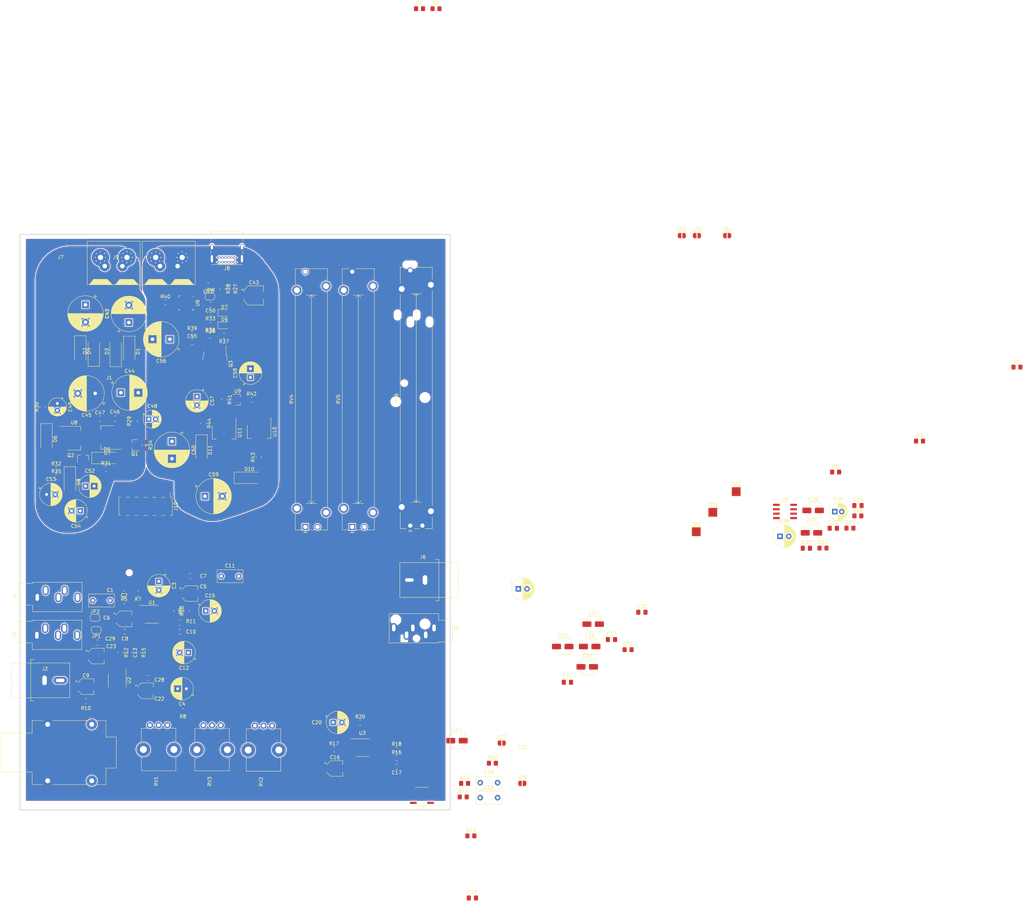
<source format=kicad_pcb>
(kicad_pcb (version 20211014) (generator pcbnew)
  (layers (0 "F.Cu" signal) (31 "B.Cu" signal) (34 "B.Paste" user) (35 "F.Paste" user) (36 "B.SilkS" user "B.Silkscreen") (37 "F.SilkS" user "F.Silkscreen") (38 "B.Mask" user) (39 "F.Mask" user) (44 "Edge.Cuts" user))
  (net 0 "")
  (net 1 "/inp_buffer_balance_ctr/SIG_IN")
  (net 2 "Net-(C1-Pad1)")
  (net 3 "Net-(C2-Pad2)")
  (net 4 "GND")
  (net 5 "Net-(C3-Pad2)")
  (net 6 "Net-(C3-Pad1)")
  (net 7 "Net-(C4-Pad2)")
  (net 8 "glob_POS")
  (net 9 "glob_NEG")
  (net 10 "Net-(C10-Pad2)")
  (net 11 "Net-(C9-Pad2)")
  (net 12 "Net-(C9-Pad1)")
  (net 13 "Net-(C11-Pad2)")
  (net 14 "Net-(C11-Pad1)")
  (net 15 "Net-(C12-Pad1)")
  (net 16 "/act_gain/SIG_IN")
  (net 17 "Net-(C13-Pad1)")
  (net 18 "Net-(C14-Pad2)")
  (net 19 "Net-(C14-Pad1)")
  (net 20 "Net-(RV2-Pad3)")
  (net 21 "Net-(C16-Pad1)")
  (net 22 "Net-(C18-Pad1)")
  (net 23 "/act_gain/SIG_OUT")
  (net 24 "GND1")
  (net 25 "/supply/VIRT_GND_AC")
  (net 26 "Net-(C45-Pad2)")
  (net 27 "/supply/V_pos_AC")
  (net 28 "/supply/V_neg_AC")
  (net 29 "/supply/V_pos_USBC")
  (net 30 "/supply/V_GND_USBC")
  (net 31 "Net-(D8-Pad2)")
  (net 32 "Net-(D8-Pad1)")
  (net 33 "Net-(J5-PadR)")
  (net 34 "Net-(J5-PadT)")
  (net 35 "Net-(U6-Pad24)")
  (net 36 "Net-(U6-Pad21)")
  (net 37 "Net-(U6-Pad23)")
  (net 38 "Net-(U6-Pad1)")
  (net 39 "Net-(D7-Pad1)")
  (net 40 "Net-(D9-Pad1)")
  (net 41 "Net-(R43-Pad2)")
  (net 45 "Net-(RV4-Pad3)")
  (net 46 "Net-(J1-PadTN)")
  (net 47 "/INPUT_SIG")
  (net 48 "Net-(J2-Pad1)")
  (net 49 "Net-(J3-PadR)")
  (net 50 "Net-(J3-PadTN)")
  (net 51 "Net-(J4-PadR)")
  (net 52 "/supply/VIRT_GND")
  (net 53 "Net-(JP3-Pad2)")
  (net 54 "Net-(U6-Pad4)")
  (net 55 "Net-(C13-Pad2)")
  (net 56 "Net-(C16-Pad2)")
  (net 57 "Net-(C17-Pad1)")
  (net 58 "Net-(C20-Pad2)")
  (net 59 "Net-(C20-Pad1)")
  (net 60 "Net-(C21-Pad2)")
  (net 61 "Net-(C21-Pad1)")
  (net 62 "Net-(C34-Pad2)")
  (net 63 "Net-(C34-Pad1)")
  (net 64 "Net-(C35-Pad2)")
  (net 65 "Net-(C35-Pad1)")
  (net 66 "Net-(C41-Pad2)")
  (net 67 "Net-(C41-Pad1)")
  (net 68 "Net-(C42-Pad2)")
  (net 69 "Net-(C44-Pad1)")
  (net 70 "Net-(C48-Pad1)")
  (net 71 "Net-(C49-Pad2)")
  (net 74 "Net-(C55-Pad1)")
  (net 75 "Net-(C57-Pad2)")
  (net 76 "Net-(C58-Pad1)")
  (net 77 "Net-(J5-PadTN)")
  (net 78 "Net-(JP4-Pad2)")
  (net 80 "Net-(R8-Pad2)")
  (net 81 "Net-(R13-Pad2)")
  (net 82 "Net-(R18-Pad1)")
  (net 83 "Net-(R20-Pad2)")
  (net 84 "Net-(R23-Pad1)")
  (net 85 "Net-(R25-Pad2)")
  (net 86 "Net-(U6-Pad22)")
  (net 87 "/inp_buffer_balance_ctr/Z_BAL_OUT")
  (net 88 "Net-(U6-Pad18)")
  (net 89 "Net-(R44-Pad1)")
  (net 90 "Net-(U6-Pad6)")
  (net 91 "Net-(U6-Pad20)")
  (net 92 "Net-(U6-Pad14)")
  (net 93 "Net-(U6-Pad16)")
  (net 94 "Net-(Q3-Pad1)")
  (net 95 "Net-(U6-Pad9)")
  (net 96 "Net-(U6-Pad17)")
  (net 97 "Net-(U6-Pad11)")
  (net 98 "Net-(U6-Pad15)")
  (footprint "Capacitor_THT:C_Rect_L7.2mm_W3.5mm_P5.00mm_FKS2_FKP2_MKS2_MKP2" (layer "F.Cu") (at 49.25 137.1 180)
    (fp_text reference "C1")
    (fp_text value "470n")
  )
  (footprint "Capacitor_SMD:C_0805_2012Metric_Pad1.18x1.45mm_HandSolder" (layer "F.Cu") (at 53.2875 137.3)
    (fp_text reference "C2")
    (fp_text value "100p")
  )
  (footprint "Capacitor_THT:CP_Radial_D6.3mm_P2.50mm" (layer "F.Cu") (at 63.25 131.6 -90)
    (fp_text reference "C3")
    (fp_text value "220u")
  )
  (footprint "Capacitor_THT:CP_Radial_D6.3mm_P2.50mm" (layer "F.Cu") (at 71.182379 162.5 180)
    (fp_text reference "C4")
    (fp_text value "220u")
  )
  (footprint "Capacitor_SMD:CP_Elec_4x5.4" (layer "F.Cu") (at 72.25 135.1)
    (fp_text reference "C5")
    (fp_text value "10u")
  )
  (footprint "Capacitor_SMD:CP_Elec_4x5.4" (layer "F.Cu") (at 53.25 142.4)
    (fp_text reference "C6")
    (fp_text value "10u")
  )
  (footprint "Capacitor_SMD:CP_Elec_4x5.4" (layer "F.Cu") (at 42.25 161.9)
    (fp_text reference "C9")
    (fp_text value "10u")
  )
  (footprint "Capacitor_SMD:C_0805_2012Metric_Pad1.18x1.45mm_HandSolder" (layer "F.Cu") (at 69.2875 146.1 180)
    (fp_text reference "C10")
    (fp_text value "10n")
  )
  (footprint "Capacitor_THT:C_Rect_L7.2mm_W3.5mm_P5.00mm_FKS2_FKP2_MKS2_MKP2" (layer "F.Cu") (at 81.25 130.1)
    (fp_text reference "C11")
    (fp_text value "470n")
  )
  (footprint "Capacitor_THT:CP_Radial_D6.3mm_P2.50mm" (layer "F.Cu") (at 71.75 152.1 180)
    (fp_text reference "C12")
    (fp_text value "220u")
  )
  (footprint "Capacitor_SMD:C_0805_2012Metric_Pad1.18x1.45mm_HandSolder" (layer "F.Cu") (at 54.75 152.1375 -90)
    (fp_text reference "C13")
    (fp_text value "4n7")
  )
  (footprint "Capacitor_SMD:CP_Elec_4x5.4" (layer "F.Cu") (at 149.1 177.4625)
    (fp_text reference "C14")
    (fp_text value "10u")
  )
  (footprint "Capacitor_THT:CP_Radial_D6.3mm_P2.50mm" (layer "F.Cu") (at 76.75 140.1)
    (fp_text reference "C15")
    (fp_text value "220u")
  )
  (footprint "Capacitor_SMD:CP_Elec_4x5.4" (layer "F.Cu") (at 113.9625 185.4625)
    (fp_text reference "C16")
    (fp_text value "10u")
  )
  (footprint "Capacitor_SMD:C_0805_2012Metric_Pad1.18x1.45mm_HandSolder" (layer "F.Cu") (at 131.75 184.9625 180)
    (fp_text reference "C17")
    (fp_text value "470n")
  )
  (footprint "Capacitor_THT:C_Rect_L7.2mm_W3.5mm_P5.00mm_FKS2_FKP2_MKS2_MKP2" (layer "F.Cu") (at 155.8 189.5625)
    (fp_text reference "C18")
    (fp_text value "470n")
  )
  (footprint "Capacitor_THT:C_Rect_L7.2mm_W3.5mm_P5.00mm_FKS2_FKP2_MKS2_MKP2" (layer "F.Cu") (at 155.8 193.8625)
    (fp_text reference "C19")
    (fp_text value "470n")
  )
  (footprint "Capacitor_THT:CP_Radial_D6.3mm_P2.50mm" (layer "F.Cu") (at 113.4625 172.2125)
    (fp_text reference "C20")
    (fp_text value "220u")
  )
  (footprint "Capacitor_THT:CP_Radial_D6.3mm_P2.50mm" (layer "F.Cu") (at 166.767621 133.75)
    (fp_text reference "C21")
    (fp_text value "220u")
  )
  (footprint "Capacitor_SMD:C_0805_2012Metric_Pad1.18x1.45mm_HandSolder" (layer "F.Cu") (at 72.25 130.06)
    (fp_text reference "C7")
    (fp_text value "100n")
  )
  (footprint "Capacitor_SMD:C_0805_2012Metric_Pad1.18x1.45mm_HandSolder" (layer "F.Cu") (at 53.4875 146.1 180)
    (fp_text reference "C8")
    (fp_text value "100n")
  )
  (footprint "Capacitor_SMD:CP_Elec_4x5.4" (layer "F.Cu") (at 59.45 163.1)
    (fp_text reference "C22")
    (fp_text value "10u")
  )
  (footprint "Capacitor_SMD:CP_Elec_4x5.4" (layer "F.Cu") (at 45.25 153.1)
    (fp_text reference "C23")
    (fp_text value "10u")
  )
  (footprint "Capacitor_SMD:CP_Elec_4x5.4" (layer "F.Cu") (at 188.31 143.91)
    (fp_text reference "C24")
    (fp_text value "10u")
  )
  (footprint "Capacitor_SMD:CP_Elec_4x5.4" (layer "F.Cu") (at 179.56 150.36)
    (fp_text reference "C25")
    (fp_text value "10u")
  )
  (footprint "Capacitor_THT:CP_Radial_D5.0mm_P2.00mm" (layer "F.Cu") (at 257.889775 111.52)
    (fp_text reference "C34")
    (fp_text value "22u")
  )
  (footprint "Capacitor_SMD:C_0805_2012Metric_Pad1.18x1.45mm_HandSolder" (layer "F.Cu") (at 249.71 122.05)
    (fp_text reference "C35")
    (fp_text value "100p")
  )
  (footprint "Capacitor_THT:CP_Radial_D6.3mm_P2.50mm" (layer "F.Cu") (at 242.135241 118.62)
    (fp_text reference "C36")
    (fp_text value "220u")
  )
  (footprint "Capacitor_SMD:C_0805_2012Metric_Pad1.18x1.45mm_HandSolder" (layer "F.Cu") (at 257.46 116.3)
    (fp_text reference "C39")
    (fp_text value "100n")
  )
  (footprint "Capacitor_SMD:C_0805_2012Metric_Pad1.18x1.45mm_HandSolder" (layer "F.Cu") (at 264.56 109.75)
    (fp_text reference "C40")
    (fp_text value "100n")
  )
  (footprint "Capacitor_THT:CP_Radial_D10.0mm_P5.00mm" (layer "F.Cu") (at 54.634888 57.075 90)
    (fp_text reference "C41")
    (fp_text value "470u")
  )
  (footprint "Capacitor_THT:CP_Radial_D10.0mm_P5.00mm" (layer "F.Cu") (at 42.134888 51.975 -90)
    (fp_text reference "C42")
    (fp_text value "470u")
  )
  (footprint "Capacitor_SMD:CP_Elec_5x5.3" (layer "F.Cu") (at 90.634888 49.275)
    (fp_text reference "C43")
    (fp_text value "4.7u")
  )
  (footprint "Capacitor_THT:CP_Radial_D10.0mm_P5.00mm" (layer "F.Cu") (at 44.934888 77.475 180)
    (fp_text reference "C45")
    (fp_text value "470u")
  )
  (footprint "Capacitor_SMD:C_0805_2012Metric_Pad1.18x1.45mm_HandSolder" (layer "F.Cu") (at 46.3 84.7)
    (fp_text reference "C47")
    (fp_text value "100n")
  )
  (footprint "Capacitor_THT:CP_Radial_D5.0mm_P2.00mm" (layer "F.Cu") (at 60.344888 84.9)
    (fp_text reference "C48")
    (fp_text value "47u")
  )
  (footprint "Capacitor_THT:CP_Radial_D5.0mm_P2.00mm" (layer "F.Cu") (at 34.034888 80.375 -90)
    (fp_text reference "C49")
    (fp_text value "47u")
  )
  (footprint "Capacitor_SMD:C_0805_2012Metric_Pad1.18x1.45mm_HandSolder" (layer "F.Cu") (at 78.134888 51.975 180)
    (fp_text reference "C50")
    (fp_text value "C")
  )
  (footprint "Capacitor_SMD:C_0805_2012Metric_Pad1.18x1.45mm_HandSolder" (layer "F.Cu") (at 77.472388 46.475 180)
    (fp_text reference "C51")
    (fp_text value "C")
  )
  (footprint "Capacitor_THT:CP_Radial_D6.3mm_P2.50mm" (layer "F.Cu") (at 42.134888 104.175)
    (fp_text reference "C52")
    (fp_text value "100u")
  )
  (footprint "Capacitor_THT:CP_Radial_D6.3mm_P2.50mm" (layer "F.Cu") (at 30.934888 106.575)
    (fp_text reference "C53")
    (fp_text value "100u")
  )
  (footprint "Capacitor_THT:CP_Radial_D6.3mm_P2.50mm" (layer "F.Cu") (at 40.634888 111.275 180)
    (fp_text reference "C54")
    (fp_text value "100u")
  )
  (footprint "Capacitor_SMD:C_0805_2012Metric_Pad1.18x1.45mm_HandSolder" (layer "F.Cu") (at 72.834888 62.675)
    (fp_text reference "C55")
    (fp_text value "100n")
  )
  (footprint "Capacitor_THT:CP_Radial_D10.0mm_P5.00mm" (layer "F.Cu") (at 66.434888 61.875 180)
    (fp_text reference "C56")
    (fp_text value "470u")
  )
  (footprint "Capacitor_THT:CP_Radial_D6.3mm_P2.50mm" (layer "F.Cu") (at 74.234888 78.375 -90)
    (fp_text reference "C57")
    (fp_text value "100u")
  )
  (footprint "Capacitor_THT:CP_Radial_D6.3mm_P2.50mm" (layer "F.Cu") (at 89.634888 72.875 90)
    (fp_text reference "C58")
    (fp_text value "100u")
  )
  (footprint "Capacitor_THT:CP_Radial_D10.0mm_P5.00mm" (layer "F.Cu") (at 76.534888 107.075)
    (fp_text reference "C59")
    (fp_text value "470u")
  )
  (footprint "Capacitor_THT:CP_Radial_D10.0mm_P5.00mm" (layer "F.Cu") (at 67.034888 91.275 -90)
    (fp_text reference "C60")
    (fp_text value "470u")
  )
  (footprint "Capacitor_SMD:CP_Elec_4x5.4" (layer "F.Cu") (at 187.31 150.36)
    (fp_text reference "C26")
    (fp_text value "10u")
  )
  (footprint "Capacitor_SMD:CP_Elec_4x5.4" (layer "F.Cu") (at 186.61 156.21)
    (fp_text reference "C27")
    (fp_text value "10u")
  )
  (footprint "Capacitor_SMD:C_0805_2012Metric_Pad1.18x1.45mm_HandSolder" (layer "F.Cu") (at 60.25 159.425)
    (fp_text reference "C28")
    (fp_text value "100n")
  )
  (footprint "Capacitor_SMD:C_0805_2012Metric_Pad1.18x1.45mm_HandSolder" (layer "F.Cu") (at 45.65 149.2 180)
    (fp_text reference "C29")
    (fp_text value "100n")
  )
  (footprint "Capacitor_SMD:C_0805_2012Metric_Pad1.18x1.45mm_HandSolder" (layer "F.Cu") (at 202.34 140.49)
    (fp_text reference "C30")
    (fp_text value "100n")
  )
  (footprint "Capacitor_SMD:C_0805_2012Metric_Pad1.18x1.45mm_HandSolder" (layer "F.Cu") (at 180.9 160.64)
    (fp_text reference "C31")
    (fp_text value "100n")
  )
  (footprint "Capacitor_SMD:C_0805_2012Metric_Pad1.18x1.45mm_HandSolder" (layer "F.Cu") (at 193.59 148.34)
    (fp_text reference "C32")
    (fp_text value "100n")
  )
  (footprint "Capacitor_SMD:C_0805_2012Metric_Pad1.18x1.45mm_HandSolder" (layer "F.Cu") (at 153.55 222.7625)
    (fp_text reference "C33")
    (fp_text value "100n")
  )
  (footprint "Capacitor_SMD:CP_Elec_4x5.4" (layer "F.Cu") (at 251.18 117.62)
    (fp_text reference "C37")
    (fp_text value "10u")
  )
  (footprint "Capacitor_SMD:CP_Elec_4x5.4" (layer "F.Cu") (at 251.65 111.17)
    (fp_text reference "C38")
    (fp_text value "10u")
  )
  (footprint "Connector_PinHeader_2.54mm:PinHeader_2x06_P2.54mm_Vertical_SMD" (layer "F.Cu") (at 59.444888 110 -90)
    (fp_text reference "J10")
    (fp_text value "Conn_02x06_Counter_Clockwise")
  )
  (footprint "Jumper:SolderJumper-2_P1.3mm_Open_RoundedPad1.0x1.5mm" (layer "F.Cu") (at 77.984888 49.575)
    (fp_text reference "JP8")
    (fp_text value "SolderJumper_2_Open")
  )
  (footprint "Package_TO_SOT_SMD:SOT-23" (layer "F.Cu") (at 56.334888 92.375 180)
    (fp_text reference "Q1")
    (fp_text value "MMBT3904")
  )
  (footprint "Package_TO_SOT_SMD:SOT-23" (layer "F.Cu") (at 41.4 96 90)
    (fp_text reference "Q2")
    (fp_text value "MMBT3906")
  )
  (footprint "Package_TO_SOT_SMD:TO-252-2" (layer "F.Cu") (at 79.434888 68.975 -90)
    (fp_text reference "Q3")
    (fp_text value "DMP3028LK3-13")
  )
  (footprint "Resistor_SMD:R_0805_2012Metric_Pad1.20x1.40mm_HandSolder" (layer "F.Cu") (at 282.29 91.2)
    (fp_text reference "R3")
    (fp_text value "22k")
  )
  (footprint "Resistor_SMD:R_0805_2012Metric_Pad1.20x1.40mm_HandSolder" (layer "F.Cu") (at 310.34 69.9)
    (fp_text reference "R4")
    (fp_text value "100R")
  )
  (footprint "Resistor_SMD:R_0805_2012Metric_Pad1.20x1.40mm_HandSolder" (layer "F.Cu") (at 53.25 135.1 180)
    (fp_text reference "R5")
    (fp_text value "100R")
  )
  (footprint "Resistor_SMD:R_0805_2012Metric_Pad1.20x1.40mm_HandSolder" (layer "F.Cu") (at 258.13 100.12)
    (fp_text reference "R6")
    (fp_text value "470k")
  )
  (footprint "Resistor_SMD:R_0805_2012Metric_Pad1.20x1.40mm_HandSolder" (layer "F.Cu") (at 57.25 135.1 180)
    (fp_text reference "R7")
    (fp_text value "1k")
  )
  (footprint "Resistor_SMD:R_0805_2012Metric_Pad1.20x1.40mm_HandSolder" (layer "F.Cu") (at 70.182379 167.5)
    (fp_text reference "R8")
    (fp_text value "1k")
  )
  (footprint "Resistor_SMD:R_0805_2012Metric_Pad1.20x1.40mm_HandSolder" (layer "F.Cu") (at 71.25 140.1 90)
    (fp_text reference "R9")
    (fp_text value "4k7")
  )
  (footprint "Resistor_SMD:R_0805_2012Metric_Pad1.20x1.40mm_HandSolder" (layer "F.Cu") (at 42.25 166.1)
    (fp_text reference "R10")
    (fp_text value "100k")
  )
  (footprint "Resistor_SMD:R_0805_2012Metric_Pad1.20x1.40mm_HandSolder" (layer "F.Cu") (at 69.25 143.5 180)
    (fp_text reference "R11")
    (fp_text value "560R")
  )
  (footprint "Resistor_SMD:R_0805_2012Metric_Pad1.20x1.40mm_HandSolder" (layer "F.Cu") (at 52.25 152.1 -90)
    (fp_text reference "R12")
    (fp_text value "100k")
  )
  (footprint "Resistor_SMD:R_0805_2012Metric_Pad1.20x1.40mm_HandSolder" (layer "F.Cu") (at 68.25 140.1 -90)
    (fp_text reference "R13")
    (fp_text value "4k7")
  )
  (footprint "Resistor_SMD:R_0805_2012Metric_Pad1.20x1.40mm_HandSolder" (layer "F.Cu") (at 150.9 193.6625)
    (fp_text reference "R14")
    (fp_text value "100k")
  )
  (footprint "Resistor_SMD:R_0805_2012Metric_Pad1.20x1.40mm_HandSolder" (layer "F.Cu") (at 57.25 152.1 -90)
    (fp_text reference "R15")
    (fp_text value "47k")
  )
  (footprint "Resistor_SMD:R_0805_2012Metric_Pad1.20x1.40mm_HandSolder" (layer "F.Cu") (at 131.7125 182.4625)
    (fp_text reference "R16")
    (fp_text value "4k7")
  )
  (footprint "Resistor_SMD:R_0805_2012Metric_Pad1.20x1.40mm_HandSolder" (layer "F.Cu") (at 113.7125 179.9625)
    (fp_text reference "R17")
    (fp_text value "2k2")
  )
  (footprint "Resistor_SMD:R_0805_2012Metric_Pad1.20x1.40mm_HandSolder" (layer "F.Cu") (at 131.7125 180.0625)
    (fp_text reference "R18")
    (fp_text value "1k")
  )
  (footprint "Resistor_SMD:R_0805_2012Metric_Pad1.20x1.40mm_HandSolder" (layer "F.Cu") (at 151.3 189.7625)
    (fp_text reference "R19")
    (fp_text value "47k")
  )
  (footprint "Resistor_SMD:R_0805_2012Metric_Pad1.20x1.40mm_HandSolder" (layer "F.Cu") (at 121.2125 172.2125)
    (fp_text reference "R20")
    (fp_text value "1k8")
  )
  (footprint "Resistor_SMD:R_0805_2012Metric_Pad1.20x1.40mm_HandSolder" (layer "F.Cu") (at 198.37 151.26)
    (fp_text reference "R21")
    (fp_text value "100k")
  )
  (footprint "Resistor_SMD:R_0805_2012Metric_Pad1.20x1.40mm_HandSolder" (layer "F.Cu") (at 159.3 183.9625)
    (fp_text reference "R22")
    (fp_text value "470R")
  )
  (footprint "Resistor_SMD:R_0805_2012Metric_Pad1.20x1.40mm_HandSolder" (layer "F.Cu") (at 153.1 204.8625)
    (fp_text reference "R23")
    (fp_text value "470")
  )
  (footprint "Resistor_SMD:R_0805_2012Metric_Pad1.20x1.40mm_HandSolder" (layer "F.Cu") (at 254.49 122.02)
    (fp_text reference "R24")
    (fp_text value "22k")
  )
  (footprint "Resistor_SMD:R_0805_2012Metric_Pad1.20x1.40mm_HandSolder" (layer "F.Cu") (at 262.24 116.27)
    (fp_text reference "R25")
    (fp_text value "680R")
  )
  (footprint "Resistor_SMD:R_0805_2012Metric_Pad1.20x1.40mm_HandSolder" (layer "F.Cu") (at 264.53 112.73)
    (fp_text reference "R26")
    (fp_text value "4k7")
  )
  (footprint "Resistor_SMD:R_0805_2012Metric_Pad1.20x1.40mm_HandSolder" (layer "F.Cu") (at 83.734888 47.375 -90)
    (fp_text reference "R27")
    (fp_text value "1k")
  )
  (footprint "Resistor_SMD:R_0805_2012Metric_Pad1.20x1.40mm_HandSolder" (layer "F.Cu") (at 81.634888 47.375 -90)
    (fp_text reference "R28")
    (fp_text value "10K")
  )
  (footprint "Resistor_SMD:R_0805_2012Metric_Pad1.20x1.40mm_HandSolder" (layer "F.Cu") (at 56.344888 85.5 90)
    (fp_text reference "R29")
    (fp_text value "1k3")
  )
  (footprint "Resistor_SMD:R_0805_2012Metric_Pad1.20x1.40mm_HandSolder" (layer "F.Cu") (at 29.734888 81.375 90)
    (fp_text reference "R30")
    (fp_text value "1k3")
  )
  (footprint "Resistor_SMD:R_0805_2012Metric_Pad1.20x1.40mm_HandSolder" (layer "F.Cu") (at 33.734888 99.375)
    (fp_text reference "R32")
    (fp_text value "100")
  )
  (footprint "Resistor_SMD:R_0805_2012Metric_Pad1.20x1.40mm_HandSolder" (layer "F.Cu") (at 78.134888 54.275 180)
    (fp_text reference "R33")
    (fp_text value "22k")
  )
  (footprint "Resistor_SMD:R_0805_2012Metric_Pad1.20x1.40mm_HandSolder" (layer "F.Cu") (at 59.234888 92.375 -90)
    (fp_text reference "R34")
    (fp_text value "1K2")
  )
  (footprint "Resistor_SMD:R_0805_2012Metric_Pad1.20x1.40mm_HandSolder" (layer "F.Cu") (at 33.734888 101.575)
    (fp_text reference "R35")
    (fp_text value "1K2")
  )
  (footprint "Resistor_SMD:R_0805_2012Metric_Pad1.20x1.40mm_HandSolder" (layer "F.Cu") (at 78.134888 57.875 180)
    (fp_text reference "R36")
    (fp_text value "22k")
  )
  (footprint "Resistor_SMD:R_0805_2012Metric_Pad1.20x1.40mm_HandSolder" (layer "F.Cu") (at 82.034888 60.875 180)
    (fp_text reference "R37")
    (fp_text value "100k")
  )
  (footprint "Resistor_SMD:R_0805_2012Metric_Pad1.20x1.40mm_HandSolder" (layer "F.Cu") (at 78.034888 60.875)
    (fp_text reference "R38")
    (fp_text value "22k")
  )
  (footprint "Resistor_SMD:R_0805_2012Metric_Pad1.20x1.40mm_HandSolder" (layer "F.Cu") (at 72.834888 60.375)
    (fp_text reference "R39")
    (fp_text value "100")
  )
  (footprint "Resistor_SMD:R_0805_2012Metric_Pad1.20x1.40mm_HandSolder" (layer "F.Cu") (at 65.134888 51.275)
    (fp_text reference "R40")
    (fp_text value "1k")
  )
  (footprint "Resistor_SMD:R_0805_2012Metric_Pad1.20x1.40mm_HandSolder" (layer "F.Cu") (at 89.934888 79.275)
    (fp_text reference "R42")
    (fp_text value "3k")
  )
  (footprint "Resistor_SMD:R_0805_2012Metric_Pad1.20x1.40mm_HandSolder" (layer "F.Cu") (at 92.034888 95.875 90)
    (fp_text reference "R43")
    (fp_text value "22R")
  )
  (footprint "Resistor_SMD:R_0805_2012Metric_Pad1.20x1.40mm_HandSolder" (layer "F.Cu") (at 76.134888 86.075 -90)
    (fp_text reference "R44")
    (fp_text value "22R")
  )
  (footprint "TestPoint:TestPoint_Pad_2.5x2.5mm" (layer "F.Cu") (at 229.51 105.75)
    (fp_text reference "TP1")
    (fp_text value "TestPoint")
  )
  (footprint "TestPoint:TestPoint_Pad_2.5x2.5mm" (layer "F.Cu") (at 218.01 117.3)
    (fp_text reference "TP2")
    (fp_text value "TestPoint")
  )
  (footprint "TestPoint:TestPoint_Pad_2.5x2.5mm" (layer "F.Cu") (at 222.76 111.71)
    (fp_text reference "TP3")
    (fp_text value "TestPoint")
  )
  (footprint "Package_SO:SOIC-8_3.9x4.9mm_P1.27mm" (layer "F.Cu") (at 61.25 141.1)
    (fp_text reference "U1")
    (fp_text value "LM4562")
  )
  (footprint "Package_SO:SOIC-8_3.9x4.9mm_P1.27mm" (layer "F.Cu") (at 51.25 160.1 -90)
    (fp_text reference "U2")
    (fp_text value "LM4562")
  )
  (footprint "Package_SO:SOIC-8_3.9x4.9mm_P1.27mm" (layer "F.Cu") (at 121.9625 179.4625)
    (fp_text reference "U3")
    (fp_text value "LM4562")
  )
  (footprint "Package_SO:SOIC-8_3.9x4.9mm_P1.27mm" (layer "F.Cu") (at 139 193.4625 180)
    (fp_text reference "U4")
    (fp_text value "LM4562")
  )
  (footprint "Package_SO:SOIC-8_3.9x4.9mm_P1.27mm" (layer "F.Cu") (at 243.55 111.47)
    (fp_text reference "U5")
    (fp_text value "LM4562")
  )
  (footprint "Package_TO_SOT_SMD:SOT-23" (layer "F.Cu") (at 85.934888 79.275)
    (fp_text reference "U9")
    (fp_text value "TL431DBZ")
  )
  (footprint "Diode_SMD:D_SMA_Handsoldering" (layer "F.Cu") (at 54.734888 65.375 -90)
    (fp_text reference "D1")
    (fp_text value "D")
  )
  (footprint "Diode_SMD:D_SMA_Handsoldering" (layer "F.Cu") (at 44.534888 65.275 90)
    (fp_text reference "D2")
    (fp_text value "D")
  )
  (footprint "Diode_SMD:D_SMA_Handsoldering" (layer "F.Cu") (at 50.834888 65.375 90)
    (fp_text reference "D3")
    (fp_text value "D")
  )
  (footprint "Diode_SMD:D_SMA_Handsoldering" (layer "F.Cu") (at 40.634888 65.275 -90)
    (fp_text reference "D4")
    (fp_text value "D")
  )
  (footprint "Diode_SMD:D_SMA_Handsoldering" (layer "F.Cu") (at 48.334888 96.075)
    (fp_text reference "D5")
    (fp_text value "D")
  )
  (footprint "Diode_SMD:D_SMA_Handsoldering" (layer "F.Cu") (at 30.934888 90.575 -90)
    (fp_text reference "D6")
    (fp_text value "D")
  )
  (footprint "LED_SMD:LED_0805_2012Metric_Pad1.15x1.40mm_HandSolder" (layer "F.Cu") (at 82.134888 54.275)
    (fp_text reference "D7")
    (fp_text value "LED")
  )
  (footprint "Diode_SMD:D_SMA_Handsoldering" (layer "F.Cu") (at 37.634888 102.975 -90)
    (fp_text reference "D8")
    (fp_text value "D")
  )
  (footprint "LED_SMD:LED_0805_2012Metric_Pad1.15x1.40mm_HandSolder" (layer "F.Cu") (at 82.134888 57.875)
    (fp_text reference "D9")
    (fp_text value "LED")
  )
  (footprint "Diode_SMD:D_SMA_Handsoldering" (layer "F.Cu") (at 89.334888 101.775)
    (fp_text reference "D10")
    (fp_text value "D")
  )
  (footprint "Diode_SMD:D_SMA_Handsoldering" (layer "F.Cu") (at 75.534888 93.775 -90)
    (fp_text reference "D11")
    (fp_text value "D")
  )
  (footprint "Connector_Audio:Jack_6.35mm_Neutrik_NMJ4HHD2_Horizontal" (layer "F.Cu") (at 43.95 189 180)
    (fp_text reference "J1")
    (fp_text value "AudioJack2_Switch")
  )
  (footprint "Connector_RCA:156-0096-E" (layer "F.Cu") (at 30.35 160.1)
    (fp_text reference "J2")
    (fp_text value "Conn_Coaxial")
  )
  (footprint "Connector_Audio:Jack_3.5mm_CUI_SJ1-3535NG_Horizontal" (layer "F.Cu") (at 28.15 147.1 90)
    (fp_text reference "J3")
    (fp_text value "AudioJack3_SwitchTR")
  )
  (footprint "Connector_Audio:Jack_3.5mm_CUI_SJ1-3535NG_Horizontal" (layer "F.Cu") (at 28.25 136.2 90)
    (fp_text reference "J4")
    (fp_text value "AudioJack3_SwitchTR")
  )
  (footprint "Connector_RCA:156-0096-E" (layer "F.Cu") (at 139.9 131.2 180)
    (fp_text reference "J6")
    (fp_text value "Conn_Coaxial")
  )
  (footprint "my_misc:Phoenix_7.62_5.08(02x01)" (layer "F.Cu") (at 50.234888 38.275)
    (fp_text reference "J7")
    (fp_text value "Screw_Terminal_01x02")
  )
  (footprint "Connector_Audio:Jack_3.5mm_CUI_SJ1-3535NG_Horizontal" (layer "F.Cu") (at 142.5 145 -90)
    (fp_text reference "J5")
    (fp_text value "AudioJack3_SwitchTR")
  )
  (footprint "Jumper:SolderJumper-2_P1.3mm_Open_RoundedPad1.0x1.5mm" (layer "F.Cu") (at 45.25 145.6 180)
    (fp_text reference "JP1")
    (fp_text value "SolderJumper_2_Open")
  )
  (footprint "Jumper:SolderJumper-2_P1.3mm_Open_RoundedPad1.0x1.5mm" (layer "F.Cu") (at 226.9 32.04)
    (fp_text reference "JP4")
    (fp_text value "SolderJumper_2_Open")
  )
  (footprint "Jumper:SolderJumper-2_P1.3mm_Open_RoundedPad1.0x1.5mm" (layer "F.Cu") (at 218.2 32.04)
    (fp_text reference "JP3")
    (fp_text value "SolderJumper_2_Open")
  )
  (footprint "Jumper:SolderJumper-2_P1.3mm_Open_RoundedPad1.0x1.5mm" (layer "F.Cu") (at 213.85 32.04)
    (fp_text reference "JP5")
    (fp_text value "SolderJumper_2_Open")
  )
  (footprint "Jumper:SolderJumper-2_P1.3mm_Open_RoundedPad1.0x1.5mm" (layer "F.Cu") (at 44.9 142.1)
    (fp_text reference "JP2")
    (fp_text value "SolderJumper_2_Open")
  )
  (footprint "my_misc:Phoenix_7.62_5.08(02x01)" (layer "F.Cu") (at 66.134888 38.275)
    (fp_text reference "J9")
    (fp_text value "Screw_Terminal_01x02")
  )
  (footprint "Jumper:SolderJumper-2_P1.3mm_Open_RoundedPad1.0x1.5mm" (layer "F.Cu") (at 167.9 189.7625)
    (fp_text reference "JP6")
    (fp_text value "SolderJumper_2_Open")
  )
  (footprint "Jumper:SolderJumper-2_P1.3mm_Open_RoundedPad1.0x1.5mm" (layer "F.Cu") (at 162 178.1625)
    (fp_text reference "JP7")
    (fp_text value "SolderJumper_2_Open")
  )
  (footprint "Resistor_SMD:R_0805_2012Metric_Pad1.20x1.40mm_HandSolder" (layer "F.Cu") (at 138.32 -33.3)
    (fp_text reference "R1")
    (fp_text value "0R")
  )
  (footprint "Resistor_SMD:R_0805_2012Metric_Pad1.20x1.40mm_HandSolder" (layer "F.Cu") (at 143.07 -33.3)
    (fp_text reference "R2")
    (fp_text value "0R")
  )
  (footprint "Potentiometer_THT:Potentiometer_Bourns_PTV09A-1_Single_Vertical" (layer "F.Cu") (at 60.7 173 -90)
    (fp_text reference "RV1")
    (fp_text value "10k")
  )
  (footprint "Potentiometer_THT:Potentiometer_Bourns_PTV09A-1_Single_Vertical" (layer "F.Cu") (at 90.9 173.15 -90)
    (fp_text reference "RV2")
    (fp_text value "10k")
  )
  (footprint "Potentiometer_THT:Potentiometer_Bourns_PTV09A-1_Single_Vertical" (layer "F.Cu") (at 76.1 173.05 -90)
    (fp_text reference "RV3")
    (fp_text value "10k")
  )
  (footprint "Potentiometer_THT:Potentiometer_Bourns_PTA6043_Single_Slide" (layer "F.Cu") (at 105.45 115.92 90)
    (fp_text reference "RV4")
    (fp_text value "10k")
  )
  (footprint "Potentiometer_THT:Potentiometer_Bourns_PTA6043_Single_Slide" (layer "F.Cu") (at 118.95 115.92 90)
    (fp_text reference "RV5")
    (fp_text value "10k")
  )
  (footprint "Potentiometer_THT:Potentiometer_Bourns_PTA6043_Single_Slide" (layer "F.Cu") (at 135.65 115.55 90)
    (fp_text reference "RV6")
    (fp_text value "10k")
  )
  (footprint "Package_TO_SOT_SMD:SOT-223-3_TabPin2" (layer "F.Cu") (at 48.434888 90.175 180)
    (fp_text reference "U7")
    (fp_text value "LM317_SOT-223")
  )
  (footprint "Package_TO_SOT_SMD:SOT-223-3_TabPin2" (layer "F.Cu") (at 38.834888 90.375)
    (fp_text reference "U8")
    (fp_text value "LM337_SOT223")
  )
  (footprint "Package_TO_SOT_SMD:SOT-223-3_TabPin2" (layer "F.Cu") (at 92.134888 88.525 -90)
    (fp_text reference "U10")
    (fp_text value "LM317_SOT-223")
  )
  (footprint "Package_TO_SOT_SMD:SOT-223-3_TabPin2" (layer "F.Cu") (at 82.034888 88.725 -90)
    (fp_text reference "U11")
    (fp_text value "LM337_SOT223")
  )
  (footprint "Connector_USB:USB_C_Receptacle_GCT_USB4085" (layer "F.Cu") (at 85.834888 39.675 180)
    (fp_text reference "J8")
    (fp_text value "USB_C_Receptacle_USB2.0")
  )
  (footprint "Capacitor_THT:CP_Radial_D10.0mm_P5.00mm" (layer "F.Cu") (at 52.334888 77.275)
    (fp_text reference "C44")
    (fp_text value "470u")
  )
  (footprint "Resistor_SMD:R_0805_2012Metric_Pad1.20x1.40mm_HandSolder" (layer "F.Cu") (at 48.034888 99.275)
    (fp_text reference "R31")
    (fp_text value "100")
  )
  (footprint "Capacitor_SMD:C_0805_2012Metric_Pad1.18x1.45mm_HandSolder" (layer "F.Cu") (at 50.7 84.7 180)
    (fp_text reference "C46")
    (fp_text value "100n")
  )
  (footprint "Resistor_SMD:R_0805_2012Metric_Pad1.20x1.40mm_HandSolder" (layer "F.Cu") (at 82.034888 79.275 -90)
    (fp_text reference "R41")
    (fp_text value "3k")
  )
  (footprint "Package_DFN_QFN:QFN-24-1EP_4x4mm_P0.5mm_EP2.7x2.7mm" (layer "F.Cu") (at 71.084888 51.4375 -90)
    (fp_text reference "U6")
    (fp_text value "STUSB4500QTR")
  )
  (gr_rect (start 23.3 31.7) (end 147.15 197.4) (layer "Edge.Cuts") (width 0.2) (fill none))
  (segment (start 83.734888 43.81) (end 83.734888 46.375) (width 0.15) (layer "F.Cu") (net 35))
  (segment (start 84.984888 38.325) (end 84.984888 39.675) (width 0.15) (layer "F.Cu") (net 35))
  (segment (start 84.984888 42.56) (end 83.734888 43.81) (width 0.15) (layer "F.Cu") (net 35))
  (segment (start 84.984888 39.675) (end 84.984888 42.56) (width 0.15) (layer "F.Cu") (net 35))
  (zone (net 24) (net_name "GND1") (layers F&B.Cu) (priority 1) (connect_pads yes (clearance 0.25)) (min_thickness 0.254) (fill yes (thermal_gap 0.508) (thermal_bridge_width 0.508) (smoothing fillet) (radius 10))
    (polygon (pts (xy 86.788888 112.191226) (xy 77.949922 114.955593) (xy 67.744888 110.1) (xy 67.744888 102.6) (xy 59.567217 100.873249) (xy 59.744894 50.098249) (xy 58.544888 47.6) (xy 58.544888 35.1) (xy 90.244888 35.1) (xy 97.744888 45.1) (xy 97.744888 108.1)))
  )
  (zone (net 4) (net_name "GND") (layers F&B.Cu) (connect_pads yes (clearance 0.25)) (min_thickness 0.254) (fill yes (thermal_gap 0.508) (thermal_bridge_width 0.508))
    (polygon (pts (xy 145.75 194.75) (xy 25 194.75) (xy 25 33) (xy 145.75 33)))
  )
  (zone (net 25) (net_name "/supply/VIRT_GND_AC") (layers F&B.Cu) (priority 1) (connect_pads yes (clearance 0.25)) (min_thickness 0.254) (fill yes (thermal_gap 0.508) (thermal_bridge_width 0.508) (smoothing fillet) (radius 10))
    (polygon (pts (xy 59.336699 102.598271) (xy 50.244888 102.6) (xy 45.244888 117.6) (xy 27.744888 117.6) (xy 27.744888 35.1) (xy 57.744888 35.1) (xy 57.744888 47.6) (xy 59.436699 50.098271)))
  )
)
</source>
